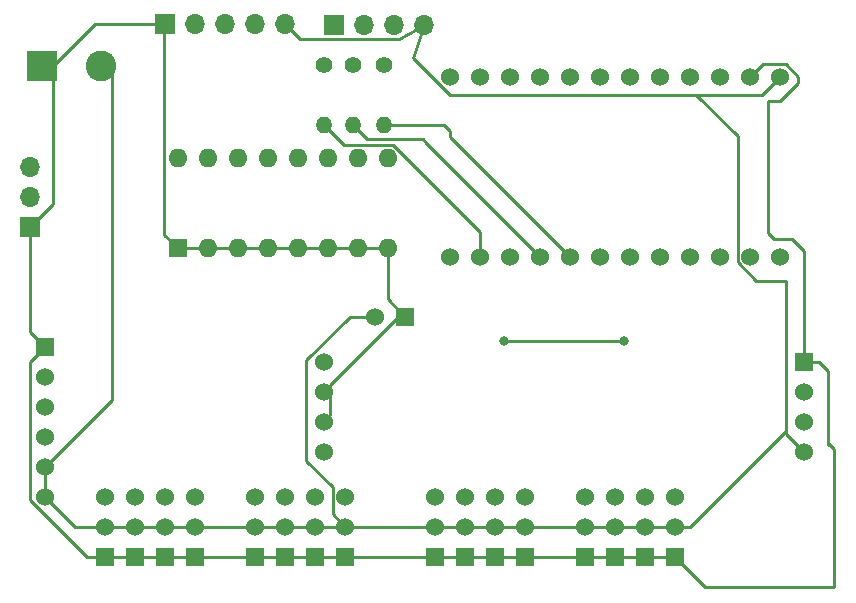
<source format=gbr>
%TF.GenerationSoftware,KiCad,Pcbnew,6.0.2+dfsg-1*%
%TF.CreationDate,2022-09-06T17:18:22-04:00*%
%TF.ProjectId,main-skulls,6d61696e-2d73-46b7-956c-6c732e6b6963,rev?*%
%TF.SameCoordinates,Original*%
%TF.FileFunction,Copper,L2,Bot*%
%TF.FilePolarity,Positive*%
%FSLAX46Y46*%
G04 Gerber Fmt 4.6, Leading zero omitted, Abs format (unit mm)*
G04 Created by KiCad (PCBNEW 6.0.2+dfsg-1) date 2022-09-06 17:18:22*
%MOMM*%
%LPD*%
G01*
G04 APERTURE LIST*
%TA.AperFunction,ComponentPad*%
%ADD10R,1.700000X1.700000*%
%TD*%
%TA.AperFunction,ComponentPad*%
%ADD11O,1.700000X1.700000*%
%TD*%
%TA.AperFunction,ComponentPad*%
%ADD12C,1.524000*%
%TD*%
%TA.AperFunction,ComponentPad*%
%ADD13R,1.524000X1.524000*%
%TD*%
%TA.AperFunction,ComponentPad*%
%ADD14R,1.600000X1.600000*%
%TD*%
%TA.AperFunction,ComponentPad*%
%ADD15O,1.600000X1.600000*%
%TD*%
%TA.AperFunction,ComponentPad*%
%ADD16O,1.400000X1.400000*%
%TD*%
%TA.AperFunction,ComponentPad*%
%ADD17C,1.400000*%
%TD*%
%TA.AperFunction,ComponentPad*%
%ADD18R,2.600000X2.600000*%
%TD*%
%TA.AperFunction,ComponentPad*%
%ADD19C,2.600000*%
%TD*%
%TA.AperFunction,ViaPad*%
%ADD20C,0.800000*%
%TD*%
%TA.AperFunction,Conductor*%
%ADD21C,0.250000*%
%TD*%
G04 APERTURE END LIST*
D10*
%TO.P,J2,1*%
%TO.N,GND*%
X109728000Y-93980000D03*
D11*
%TO.P,J2,2*%
%TO.N,Net-(J1-Pad2)*%
X109728000Y-91440000D03*
%TO.P,J2,3*%
%TO.N,Net-(J1-Pad3)*%
X109728000Y-88900000D03*
%TD*%
%TO.P,D2,4,A*%
%TO.N,VCC*%
X143012000Y-76835000D03*
%TO.P,D2,3,BK*%
%TO.N,Net-(D1-Pad3)*%
X140472000Y-76835000D03*
%TO.P,D2,2,GK*%
%TO.N,Net-(D1-Pad2)*%
X137932000Y-76835000D03*
D10*
%TO.P,D2,1,RK*%
%TO.N,Net-(D1-Pad1)*%
X135392000Y-76835000D03*
%TD*%
%TO.P,J3,1,Pin_1*%
%TO.N,GND*%
X121158000Y-76765000D03*
D11*
%TO.P,J3,2,Pin_2*%
%TO.N,Net-(J3-Pad2)*%
X123698000Y-76765000D03*
%TO.P,J3,3,Pin_3*%
%TO.N,Net-(J3-Pad3)*%
X126238000Y-76765000D03*
%TO.P,J3,4,Pin_4*%
%TO.N,Net-(J3-Pad4)*%
X128778000Y-76765000D03*
%TO.P,J3,5,Pin_5*%
%TO.N,VCC*%
X131318000Y-76765000D03*
%TD*%
D12*
%TO.P,U2,1,TX*%
%TO.N,unconnected-(U2-Pad1)*%
X173228000Y-96520000D03*
%TO.P,U2,2,RX*%
%TO.N,/485RO*%
X170688000Y-96520000D03*
%TO.P,U2,3,GND*%
%TO.N,unconnected-(U2-Pad3)*%
X168148000Y-96520000D03*
%TO.P,U2,4,GND*%
%TO.N,unconnected-(U2-Pad4)*%
X165608000Y-96520000D03*
%TO.P,U2,5,SDA*%
%TO.N,/SERVO_SDA*%
X163068000Y-96520000D03*
%TO.P,U2,6,SCL*%
%TO.N,/SERVO_SCL*%
X160528000Y-96520000D03*
%TO.P,U2,7,D4*%
%TO.N,/ADDR_1*%
X157988000Y-96520000D03*
%TO.P,U2,8,C6*%
%TO.N,/EYE_R*%
X155448000Y-96520000D03*
%TO.P,U2,9,D7*%
%TO.N,/EYE_G*%
X152908000Y-96520000D03*
%TO.P,U2,10,E6*%
%TO.N,/ADDR_2*%
X150368000Y-96520000D03*
%TO.P,U2,11,B4*%
%TO.N,/EYE_B*%
X147828000Y-96520000D03*
%TO.P,U2,12,B5*%
%TO.N,/ADDR_3*%
X145288000Y-96520000D03*
%TO.P,U2,13,B6*%
%TO.N,/ADDR_8*%
X145288000Y-81280000D03*
%TO.P,U2,14,B2*%
%TO.N,Net-(J3-Pad2)*%
X147828000Y-81280000D03*
%TO.P,U2,15,B3*%
%TO.N,Net-(J3-Pad3)*%
X150368000Y-81280000D03*
%TO.P,U2,16,B1*%
%TO.N,Net-(J3-Pad4)*%
X152908000Y-81280000D03*
%TO.P,U2,17,F7*%
%TO.N,/ADDR_7*%
X155448000Y-81280000D03*
%TO.P,U2,18,F6*%
%TO.N,/ADDR_6*%
X157988000Y-81280000D03*
%TO.P,U2,19,F5*%
%TO.N,/ADDR_5*%
X160528000Y-81280000D03*
%TO.P,U2,20,F4*%
%TO.N,/ADDR_4*%
X163068000Y-81280000D03*
%TO.P,U2,21,VCC*%
%TO.N,unconnected-(U2-Pad21)*%
X165608000Y-81280000D03*
%TO.P,U2,22,RST*%
%TO.N,unconnected-(U2-Pad22)*%
X168148000Y-81280000D03*
%TO.P,U2,23,GND*%
%TO.N,GND*%
X170688000Y-81280000D03*
%TO.P,U2,24,RAW*%
%TO.N,VCC*%
X173228000Y-81280000D03*
%TD*%
D13*
%TO.P,U3,25,VDD*%
%TO.N,GND*%
X110998000Y-104140000D03*
X149098000Y-121920000D03*
X133858000Y-121920000D03*
X156718000Y-121920000D03*
X136398000Y-121920000D03*
X159258000Y-121920000D03*
X151638000Y-121920000D03*
X123698000Y-121920000D03*
X164338000Y-121920000D03*
X128778000Y-121920000D03*
X161798000Y-121920000D03*
X144018000Y-121920000D03*
X116078000Y-121920000D03*
X146558000Y-121920000D03*
X141478000Y-101600000D03*
X118618000Y-121920000D03*
X131318000Y-121920000D03*
X121158000Y-121920000D03*
D12*
%TO.P,U3,24,SDA*%
%TO.N,/SERVO_SDA*%
X110998000Y-111760000D03*
%TO.P,U3,23,SCL*%
%TO.N,/SERVO_SCL*%
X110998000Y-109220000D03*
%TO.P,U3,20,~{OE}*%
%TO.N,unconnected-(U3-Pad20)*%
X110998000Y-106680000D03*
%TO.P,U3,19,LED15*%
%TO.N,/EXP_MOTOR_10*%
X164338000Y-116840000D03*
%TO.P,U3,18,LED14*%
%TO.N,/EXP_MOTOR_9*%
X161798000Y-116840000D03*
%TO.P,U3,17,LED13*%
%TO.N,/EXP_MOTOR_8*%
X159258000Y-116840000D03*
%TO.P,U3,16,LED12*%
%TO.N,/EXP_MOTOR_7*%
X156718000Y-116840000D03*
%TO.P,U3,15,LED11*%
%TO.N,/EXP_MOTOR_6*%
X151638000Y-116840000D03*
%TO.P,U3,14,LED10*%
%TO.N,/EXP_MOTOR_5*%
X149098000Y-116840000D03*
%TO.P,U3,13,LED9*%
%TO.N,/EXP_MOTOR_4*%
X146558000Y-116840000D03*
%TO.P,U3,12,LED8*%
%TO.N,/EXP_MOTOR_3*%
X144018000Y-116840000D03*
%TO.P,U3,11,VSS*%
%TO.N,VCC*%
X110998000Y-114300000D03*
X161798000Y-119380000D03*
X133858000Y-119380000D03*
X156718000Y-119380000D03*
X118618000Y-119380000D03*
X110998000Y-116840000D03*
X128778000Y-119380000D03*
X138938000Y-101600000D03*
X151638000Y-119380000D03*
X136398000Y-119380000D03*
X149098000Y-119380000D03*
X164338000Y-119380000D03*
X123698000Y-119380000D03*
X159258000Y-119380000D03*
X116078000Y-119380000D03*
X131318000Y-119380000D03*
X121158000Y-119380000D03*
X144018000Y-119380000D03*
X146558000Y-119380000D03*
%TO.P,U3,10,LED7*%
%TO.N,/EXP_MOTOR_2*%
X136398000Y-116840000D03*
%TO.P,U3,9,LED6*%
%TO.N,/EXP_MOTOR_1*%
X133858000Y-116840000D03*
%TO.P,U3,8,LED5*%
%TO.N,/EYE_V_MOTOR*%
X131318000Y-116840000D03*
%TO.P,U3,7,LED4*%
%TO.N,/EYE_H_MOTOR*%
X128778000Y-116840000D03*
%TO.P,U3,6,LED3*%
%TO.N,/NODMOTOR*%
X123698000Y-116840000D03*
%TO.P,U3,5,LED2*%
%TO.N,/TILTMOTOR*%
X121158000Y-116840000D03*
%TO.P,U3,4,LED1*%
%TO.N,/PANMOTOR*%
X118618000Y-116840000D03*
%TO.P,U3,3,LED0*%
%TO.N,/JAWMOTOR*%
X116078000Y-116840000D03*
%TD*%
%TO.P,U1,1,RO*%
%TO.N,/485RO*%
X134620000Y-113030000D03*
%TO.P,U1,2,~{RE}*%
%TO.N,GND*%
X134620000Y-110490000D03*
%TO.P,U1,3,DE*%
X134620000Y-107950000D03*
%TO.P,U1,4,DI*%
%TO.N,unconnected-(U1-Pad4)*%
X134620000Y-105410000D03*
D13*
%TO.P,U1,5,GND*%
%TO.N,GND*%
X175260000Y-105410000D03*
D12*
%TO.P,U1,6,A*%
%TO.N,Net-(J1-Pad3)*%
X175260000Y-107950000D03*
%TO.P,U1,7,B*%
%TO.N,Net-(J1-Pad2)*%
X175260000Y-110490000D03*
%TO.P,U1,8,VCC*%
%TO.N,VCC*%
X175260000Y-113030000D03*
%TD*%
D14*
%TO.P,SW1,1*%
%TO.N,GND*%
X122189000Y-95748000D03*
D15*
%TO.P,SW1,2*%
X124729000Y-95748000D03*
%TO.P,SW1,3*%
X127269000Y-95748000D03*
%TO.P,SW1,4*%
X129809000Y-95748000D03*
%TO.P,SW1,5*%
X132349000Y-95748000D03*
%TO.P,SW1,6*%
X134889000Y-95748000D03*
%TO.P,SW1,7*%
X137429000Y-95748000D03*
%TO.P,SW1,8*%
X139969000Y-95748000D03*
%TO.P,SW1,9*%
%TO.N,/ADDR_8*%
X139969000Y-88128000D03*
%TO.P,SW1,10*%
%TO.N,/ADDR_7*%
X137429000Y-88128000D03*
%TO.P,SW1,11*%
%TO.N,/ADDR_6*%
X134889000Y-88128000D03*
%TO.P,SW1,12*%
%TO.N,/ADDR_5*%
X132349000Y-88128000D03*
%TO.P,SW1,13*%
%TO.N,/ADDR_4*%
X129809000Y-88128000D03*
%TO.P,SW1,14*%
%TO.N,/ADDR_3*%
X127269000Y-88128000D03*
%TO.P,SW1,15*%
%TO.N,/ADDR_2*%
X124729000Y-88128000D03*
%TO.P,SW1,16*%
%TO.N,/ADDR_1*%
X122189000Y-88128000D03*
%TD*%
D16*
%TO.P,R3,2*%
%TO.N,/EYE_R*%
X139700000Y-85344000D03*
D17*
%TO.P,R3,1*%
%TO.N,Net-(D1-Pad3)*%
X139700000Y-80264000D03*
%TD*%
%TO.P,R2,1*%
%TO.N,Net-(D1-Pad2)*%
X137033000Y-80264000D03*
D16*
%TO.P,R2,2*%
%TO.N,/EYE_G*%
X137033000Y-85344000D03*
%TD*%
D17*
%TO.P,R1,1*%
%TO.N,Net-(D1-Pad1)*%
X134620000Y-80264000D03*
D16*
%TO.P,R1,2*%
%TO.N,/EYE_B*%
X134620000Y-85344000D03*
%TD*%
D18*
%TO.P,J4,1,Pin_1*%
%TO.N,GND*%
X110744000Y-80315000D03*
D19*
%TO.P,J4,2,Pin_2*%
%TO.N,VCC*%
X115744000Y-80315000D03*
%TD*%
D20*
%TO.N,Net-(J1-Pad2)*%
X160020000Y-103632000D03*
X149860000Y-103632000D03*
%TD*%
D21*
%TO.N,GND*%
X164338000Y-121920000D02*
X166878000Y-124460000D01*
X166878000Y-124460000D02*
X177800000Y-124460000D01*
X177800000Y-124460000D02*
X177800000Y-112776000D01*
X177800000Y-112776000D02*
X177292000Y-112268000D01*
%TO.N,VCC*%
X166116000Y-82804000D02*
X145275440Y-82804000D01*
X145275440Y-82804000D02*
X142113000Y-79641560D01*
X142113000Y-79641560D02*
X143012000Y-76835000D01*
X143012000Y-76835000D02*
X140938489Y-78009511D01*
X140938489Y-78009511D02*
X132562511Y-78009511D01*
X132562511Y-78009511D02*
X131318000Y-76765000D01*
X115744000Y-80315000D02*
X116673000Y-80315000D01*
%TO.N,GND*%
X110744000Y-80315000D02*
X111673000Y-80315000D01*
X111673000Y-80315000D02*
X115223000Y-76765000D01*
X115223000Y-76765000D02*
X121158000Y-76765000D01*
%TO.N,/EYE_B*%
X140434789Y-87003489D02*
X136279489Y-87003489D01*
X136279489Y-87003489D02*
X134620000Y-85344000D01*
%TO.N,/EYE_G*%
X143256000Y-86868000D02*
X142941969Y-86553969D01*
X142941969Y-86553969D02*
X138242969Y-86553969D01*
X138242969Y-86553969D02*
X137033000Y-85344000D01*
%TO.N,/EYE_R*%
X145288000Y-85852000D02*
X144780000Y-85344000D01*
X144780000Y-85344000D02*
X139700000Y-85344000D01*
X145288000Y-85852000D02*
X145288000Y-86360000D01*
X145288000Y-86360000D02*
X155448000Y-96520000D01*
%TO.N,/EYE_G*%
X143256000Y-86868000D02*
X152908000Y-96520000D01*
%TO.N,GND*%
X170688000Y-81280000D02*
X171774511Y-80193489D01*
X171774511Y-80193489D02*
X173678049Y-80193489D01*
X174752000Y-81788000D02*
X173228000Y-83312000D01*
X173678049Y-80193489D02*
X174752000Y-81267440D01*
X175260000Y-96012000D02*
X175260000Y-105410000D01*
X174752000Y-81267440D02*
X174752000Y-81788000D01*
X173228000Y-83312000D02*
X172212000Y-83312000D01*
X172212000Y-83312000D02*
X172212000Y-94488000D01*
X172212000Y-94488000D02*
X172720000Y-94996000D01*
X172720000Y-94996000D02*
X174244000Y-94996000D01*
X174244000Y-94996000D02*
X175260000Y-96012000D01*
%TO.N,VCC*%
X173736000Y-111252000D02*
X173736000Y-98552000D01*
X171704000Y-82804000D02*
X166116000Y-82804000D01*
X166116000Y-82804000D02*
X169601489Y-86289489D01*
X169601489Y-86289489D02*
X169601489Y-96970049D01*
X169601489Y-96970049D02*
X171183440Y-98552000D01*
X171183440Y-98552000D02*
X173736000Y-98552000D01*
X173736000Y-111506000D02*
X173736000Y-111252000D01*
X164338000Y-119380000D02*
X165608000Y-119380000D01*
X165608000Y-119380000D02*
X173736000Y-111252000D01*
%TO.N,GND*%
X175260000Y-105410000D02*
X176530000Y-105410000D01*
X176530000Y-105410000D02*
X177292000Y-106172000D01*
X177292000Y-106172000D02*
X177292000Y-112407560D01*
%TO.N,VCC*%
X175260000Y-113030000D02*
X173736000Y-111506000D01*
%TO.N,Net-(J1-Pad2)*%
X149860000Y-103632000D02*
X160020000Y-103632000D01*
%TO.N,/EYE_B*%
X140434789Y-87003489D02*
X147828000Y-94396700D01*
X147828000Y-94396700D02*
X147828000Y-96520000D01*
%TO.N,VCC*%
X135311489Y-116007489D02*
X133096000Y-113792000D01*
X133096000Y-113792000D02*
X133096000Y-105270440D01*
X135311489Y-118293489D02*
X135311489Y-116007489D01*
X133096000Y-105270440D02*
X136766440Y-101600000D01*
X136398000Y-119380000D02*
X135311489Y-118293489D01*
X136766440Y-101600000D02*
X138938000Y-101600000D01*
X173228000Y-81280000D02*
X171704000Y-82804000D01*
X161798000Y-119380000D02*
X164338000Y-119380000D01*
X159258000Y-119380000D02*
X161798000Y-119380000D01*
X156718000Y-119380000D02*
X159258000Y-119380000D01*
X151638000Y-119380000D02*
X156718000Y-119380000D01*
X149098000Y-119380000D02*
X151638000Y-119380000D01*
X146558000Y-119380000D02*
X149098000Y-119380000D01*
X144018000Y-119380000D02*
X146558000Y-119380000D01*
X136398000Y-119380000D02*
X144018000Y-119380000D01*
X133858000Y-119380000D02*
X136398000Y-119380000D01*
X131318000Y-119380000D02*
X133858000Y-119380000D01*
X128778000Y-119380000D02*
X131318000Y-119380000D01*
X123698000Y-119380000D02*
X128778000Y-119380000D01*
X121158000Y-119380000D02*
X123698000Y-119380000D01*
X118618000Y-119380000D02*
X121158000Y-119380000D01*
X116078000Y-119380000D02*
X118618000Y-119380000D01*
X110998000Y-116840000D02*
X113538000Y-119380000D01*
X113538000Y-119380000D02*
X116078000Y-119380000D01*
X110998000Y-114300000D02*
X110998000Y-116840000D01*
X110998000Y-114300000D02*
X110998000Y-116586000D01*
X116673000Y-80315000D02*
X116673000Y-108625000D01*
X116673000Y-108625000D02*
X110998000Y-114300000D01*
%TO.N,GND*%
X135128000Y-107315000D02*
X135128000Y-109855000D01*
X141478000Y-101600000D02*
X140843000Y-101600000D01*
X140843000Y-101600000D02*
X135128000Y-107315000D01*
X139969000Y-95748000D02*
X139969000Y-100091000D01*
X139969000Y-100091000D02*
X141478000Y-101600000D01*
X161798000Y-121920000D02*
X164338000Y-121920000D01*
X159258000Y-121920000D02*
X161798000Y-121920000D01*
X156718000Y-121920000D02*
X159258000Y-121920000D01*
X151638000Y-121920000D02*
X156718000Y-121920000D01*
X149098000Y-121920000D02*
X151638000Y-121920000D01*
X146558000Y-121920000D02*
X149098000Y-121920000D01*
X144018000Y-121920000D02*
X146558000Y-121920000D01*
X136398000Y-121920000D02*
X144018000Y-121920000D01*
X133858000Y-121920000D02*
X136398000Y-121920000D01*
X131318000Y-121920000D02*
X133858000Y-121920000D01*
X128778000Y-121920000D02*
X131318000Y-121920000D01*
X123698000Y-121920000D02*
X128778000Y-121920000D01*
X121158000Y-121920000D02*
X123698000Y-121920000D01*
X118618000Y-121920000D02*
X121158000Y-121920000D01*
X116078000Y-121920000D02*
X118618000Y-121920000D01*
X110998000Y-104140000D02*
X109728000Y-105410000D01*
X109728000Y-105410000D02*
X109728000Y-117106560D01*
X109728000Y-117106560D02*
X114541440Y-121920000D01*
X114541440Y-121920000D02*
X116078000Y-121920000D01*
X109728000Y-93980000D02*
X109728000Y-102870000D01*
X109728000Y-102870000D02*
X110998000Y-104140000D01*
X137429000Y-95748000D02*
X139969000Y-95748000D01*
X134889000Y-95748000D02*
X137429000Y-95748000D01*
X132349000Y-95748000D02*
X134889000Y-95748000D01*
X129809000Y-95748000D02*
X132349000Y-95748000D01*
X127269000Y-95748000D02*
X129809000Y-95748000D01*
X124729000Y-95748000D02*
X127269000Y-95748000D01*
X122189000Y-95748000D02*
X124729000Y-95748000D01*
X121158000Y-76765000D02*
X121064489Y-76858511D01*
X121064489Y-76858511D02*
X121064489Y-94623489D01*
X121064489Y-94623489D02*
X122189000Y-95748000D01*
X111673000Y-80315000D02*
X111673000Y-92035000D01*
X111673000Y-92035000D02*
X109728000Y-93980000D01*
%TD*%
M02*

</source>
